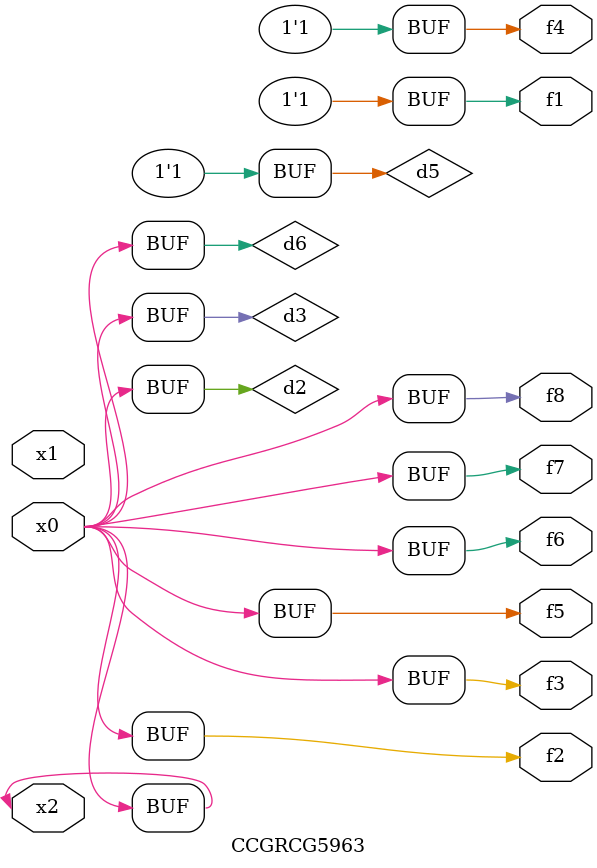
<source format=v>
module CCGRCG5963(
	input x0, x1, x2,
	output f1, f2, f3, f4, f5, f6, f7, f8
);

	wire d1, d2, d3, d4, d5, d6;

	xnor (d1, x2);
	buf (d2, x0, x2);
	and (d3, x0);
	xnor (d4, x1, x2);
	nand (d5, d1, d3);
	buf (d6, d2, d3);
	assign f1 = d5;
	assign f2 = d6;
	assign f3 = d6;
	assign f4 = d5;
	assign f5 = d6;
	assign f6 = d6;
	assign f7 = d6;
	assign f8 = d6;
endmodule

</source>
